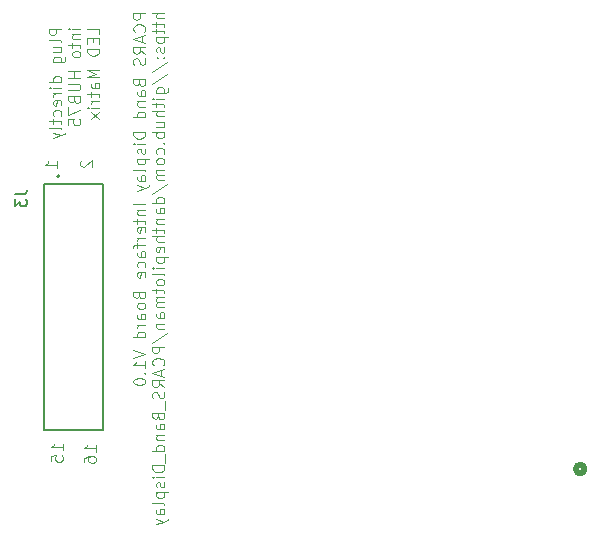
<source format=gbr>
%TF.GenerationSoftware,KiCad,Pcbnew,9.0.0*%
%TF.CreationDate,2025-04-30T00:07:22-04:00*%
%TF.ProjectId,W4MLB_Band_Display,57344d4c-425f-4426-916e-645f44697370,1.0*%
%TF.SameCoordinates,Original*%
%TF.FileFunction,Legend,Bot*%
%TF.FilePolarity,Positive*%
%FSLAX46Y46*%
G04 Gerber Fmt 4.6, Leading zero omitted, Abs format (unit mm)*
G04 Created by KiCad (PCBNEW 9.0.0) date 2025-04-30 00:07:22*
%MOMM*%
%LPD*%
G01*
G04 APERTURE LIST*
%ADD10C,0.125000*%
%ADD11C,0.150000*%
%ADD12C,0.508000*%
%ADD13C,0.200000*%
G04 APERTURE END LIST*
D10*
X133251231Y-66120331D02*
X132251231Y-66120331D01*
X132251231Y-66120331D02*
X132251231Y-66501283D01*
X132251231Y-66501283D02*
X132298850Y-66596521D01*
X132298850Y-66596521D02*
X132346469Y-66644140D01*
X132346469Y-66644140D02*
X132441707Y-66691759D01*
X132441707Y-66691759D02*
X132584564Y-66691759D01*
X132584564Y-66691759D02*
X132679802Y-66644140D01*
X132679802Y-66644140D02*
X132727421Y-66596521D01*
X132727421Y-66596521D02*
X132775040Y-66501283D01*
X132775040Y-66501283D02*
X132775040Y-66120331D01*
X133251231Y-67263188D02*
X133203612Y-67167950D01*
X133203612Y-67167950D02*
X133108373Y-67120331D01*
X133108373Y-67120331D02*
X132251231Y-67120331D01*
X132584564Y-68072712D02*
X133251231Y-68072712D01*
X132584564Y-67644141D02*
X133108373Y-67644141D01*
X133108373Y-67644141D02*
X133203612Y-67691760D01*
X133203612Y-67691760D02*
X133251231Y-67786998D01*
X133251231Y-67786998D02*
X133251231Y-67929855D01*
X133251231Y-67929855D02*
X133203612Y-68025093D01*
X133203612Y-68025093D02*
X133155992Y-68072712D01*
X132584564Y-68977474D02*
X133394088Y-68977474D01*
X133394088Y-68977474D02*
X133489326Y-68929855D01*
X133489326Y-68929855D02*
X133536945Y-68882236D01*
X133536945Y-68882236D02*
X133584564Y-68786998D01*
X133584564Y-68786998D02*
X133584564Y-68644141D01*
X133584564Y-68644141D02*
X133536945Y-68548903D01*
X133203612Y-68977474D02*
X133251231Y-68882236D01*
X133251231Y-68882236D02*
X133251231Y-68691760D01*
X133251231Y-68691760D02*
X133203612Y-68596522D01*
X133203612Y-68596522D02*
X133155992Y-68548903D01*
X133155992Y-68548903D02*
X133060754Y-68501284D01*
X133060754Y-68501284D02*
X132775040Y-68501284D01*
X132775040Y-68501284D02*
X132679802Y-68548903D01*
X132679802Y-68548903D02*
X132632183Y-68596522D01*
X132632183Y-68596522D02*
X132584564Y-68691760D01*
X132584564Y-68691760D02*
X132584564Y-68882236D01*
X132584564Y-68882236D02*
X132632183Y-68977474D01*
X133251231Y-70644141D02*
X132251231Y-70644141D01*
X133203612Y-70644141D02*
X133251231Y-70548903D01*
X133251231Y-70548903D02*
X133251231Y-70358427D01*
X133251231Y-70358427D02*
X133203612Y-70263189D01*
X133203612Y-70263189D02*
X133155992Y-70215570D01*
X133155992Y-70215570D02*
X133060754Y-70167951D01*
X133060754Y-70167951D02*
X132775040Y-70167951D01*
X132775040Y-70167951D02*
X132679802Y-70215570D01*
X132679802Y-70215570D02*
X132632183Y-70263189D01*
X132632183Y-70263189D02*
X132584564Y-70358427D01*
X132584564Y-70358427D02*
X132584564Y-70548903D01*
X132584564Y-70548903D02*
X132632183Y-70644141D01*
X133251231Y-71120332D02*
X132584564Y-71120332D01*
X132251231Y-71120332D02*
X132298850Y-71072713D01*
X132298850Y-71072713D02*
X132346469Y-71120332D01*
X132346469Y-71120332D02*
X132298850Y-71167951D01*
X132298850Y-71167951D02*
X132251231Y-71120332D01*
X132251231Y-71120332D02*
X132346469Y-71120332D01*
X133251231Y-71596522D02*
X132584564Y-71596522D01*
X132775040Y-71596522D02*
X132679802Y-71644141D01*
X132679802Y-71644141D02*
X132632183Y-71691760D01*
X132632183Y-71691760D02*
X132584564Y-71786998D01*
X132584564Y-71786998D02*
X132584564Y-71882236D01*
X133203612Y-72596522D02*
X133251231Y-72501284D01*
X133251231Y-72501284D02*
X133251231Y-72310808D01*
X133251231Y-72310808D02*
X133203612Y-72215570D01*
X133203612Y-72215570D02*
X133108373Y-72167951D01*
X133108373Y-72167951D02*
X132727421Y-72167951D01*
X132727421Y-72167951D02*
X132632183Y-72215570D01*
X132632183Y-72215570D02*
X132584564Y-72310808D01*
X132584564Y-72310808D02*
X132584564Y-72501284D01*
X132584564Y-72501284D02*
X132632183Y-72596522D01*
X132632183Y-72596522D02*
X132727421Y-72644141D01*
X132727421Y-72644141D02*
X132822659Y-72644141D01*
X132822659Y-72644141D02*
X132917897Y-72167951D01*
X133203612Y-73501284D02*
X133251231Y-73406046D01*
X133251231Y-73406046D02*
X133251231Y-73215570D01*
X133251231Y-73215570D02*
X133203612Y-73120332D01*
X133203612Y-73120332D02*
X133155992Y-73072713D01*
X133155992Y-73072713D02*
X133060754Y-73025094D01*
X133060754Y-73025094D02*
X132775040Y-73025094D01*
X132775040Y-73025094D02*
X132679802Y-73072713D01*
X132679802Y-73072713D02*
X132632183Y-73120332D01*
X132632183Y-73120332D02*
X132584564Y-73215570D01*
X132584564Y-73215570D02*
X132584564Y-73406046D01*
X132584564Y-73406046D02*
X132632183Y-73501284D01*
X132584564Y-73786999D02*
X132584564Y-74167951D01*
X132251231Y-73929856D02*
X133108373Y-73929856D01*
X133108373Y-73929856D02*
X133203612Y-73977475D01*
X133203612Y-73977475D02*
X133251231Y-74072713D01*
X133251231Y-74072713D02*
X133251231Y-74167951D01*
X133251231Y-74644142D02*
X133203612Y-74548904D01*
X133203612Y-74548904D02*
X133108373Y-74501285D01*
X133108373Y-74501285D02*
X132251231Y-74501285D01*
X132584564Y-74929857D02*
X133251231Y-75167952D01*
X132584564Y-75406047D02*
X133251231Y-75167952D01*
X133251231Y-75167952D02*
X133489326Y-75072714D01*
X133489326Y-75072714D02*
X133536945Y-75025095D01*
X133536945Y-75025095D02*
X133584564Y-74929857D01*
X134861175Y-66120331D02*
X134194508Y-66120331D01*
X133861175Y-66120331D02*
X133908794Y-66072712D01*
X133908794Y-66072712D02*
X133956413Y-66120331D01*
X133956413Y-66120331D02*
X133908794Y-66167950D01*
X133908794Y-66167950D02*
X133861175Y-66120331D01*
X133861175Y-66120331D02*
X133956413Y-66120331D01*
X134194508Y-66596521D02*
X134861175Y-66596521D01*
X134289746Y-66596521D02*
X134242127Y-66644140D01*
X134242127Y-66644140D02*
X134194508Y-66739378D01*
X134194508Y-66739378D02*
X134194508Y-66882235D01*
X134194508Y-66882235D02*
X134242127Y-66977473D01*
X134242127Y-66977473D02*
X134337365Y-67025092D01*
X134337365Y-67025092D02*
X134861175Y-67025092D01*
X134194508Y-67358426D02*
X134194508Y-67739378D01*
X133861175Y-67501283D02*
X134718317Y-67501283D01*
X134718317Y-67501283D02*
X134813556Y-67548902D01*
X134813556Y-67548902D02*
X134861175Y-67644140D01*
X134861175Y-67644140D02*
X134861175Y-67739378D01*
X134861175Y-68215569D02*
X134813556Y-68120331D01*
X134813556Y-68120331D02*
X134765936Y-68072712D01*
X134765936Y-68072712D02*
X134670698Y-68025093D01*
X134670698Y-68025093D02*
X134384984Y-68025093D01*
X134384984Y-68025093D02*
X134289746Y-68072712D01*
X134289746Y-68072712D02*
X134242127Y-68120331D01*
X134242127Y-68120331D02*
X134194508Y-68215569D01*
X134194508Y-68215569D02*
X134194508Y-68358426D01*
X134194508Y-68358426D02*
X134242127Y-68453664D01*
X134242127Y-68453664D02*
X134289746Y-68501283D01*
X134289746Y-68501283D02*
X134384984Y-68548902D01*
X134384984Y-68548902D02*
X134670698Y-68548902D01*
X134670698Y-68548902D02*
X134765936Y-68501283D01*
X134765936Y-68501283D02*
X134813556Y-68453664D01*
X134813556Y-68453664D02*
X134861175Y-68358426D01*
X134861175Y-68358426D02*
X134861175Y-68215569D01*
X134861175Y-69739379D02*
X133861175Y-69739379D01*
X134337365Y-69739379D02*
X134337365Y-70310807D01*
X134861175Y-70310807D02*
X133861175Y-70310807D01*
X133861175Y-70786998D02*
X134670698Y-70786998D01*
X134670698Y-70786998D02*
X134765936Y-70834617D01*
X134765936Y-70834617D02*
X134813556Y-70882236D01*
X134813556Y-70882236D02*
X134861175Y-70977474D01*
X134861175Y-70977474D02*
X134861175Y-71167950D01*
X134861175Y-71167950D02*
X134813556Y-71263188D01*
X134813556Y-71263188D02*
X134765936Y-71310807D01*
X134765936Y-71310807D02*
X134670698Y-71358426D01*
X134670698Y-71358426D02*
X133861175Y-71358426D01*
X134337365Y-72167950D02*
X134384984Y-72310807D01*
X134384984Y-72310807D02*
X134432603Y-72358426D01*
X134432603Y-72358426D02*
X134527841Y-72406045D01*
X134527841Y-72406045D02*
X134670698Y-72406045D01*
X134670698Y-72406045D02*
X134765936Y-72358426D01*
X134765936Y-72358426D02*
X134813556Y-72310807D01*
X134813556Y-72310807D02*
X134861175Y-72215569D01*
X134861175Y-72215569D02*
X134861175Y-71834617D01*
X134861175Y-71834617D02*
X133861175Y-71834617D01*
X133861175Y-71834617D02*
X133861175Y-72167950D01*
X133861175Y-72167950D02*
X133908794Y-72263188D01*
X133908794Y-72263188D02*
X133956413Y-72310807D01*
X133956413Y-72310807D02*
X134051651Y-72358426D01*
X134051651Y-72358426D02*
X134146889Y-72358426D01*
X134146889Y-72358426D02*
X134242127Y-72310807D01*
X134242127Y-72310807D02*
X134289746Y-72263188D01*
X134289746Y-72263188D02*
X134337365Y-72167950D01*
X134337365Y-72167950D02*
X134337365Y-71834617D01*
X133861175Y-72739379D02*
X133861175Y-73406045D01*
X133861175Y-73406045D02*
X134861175Y-72977474D01*
X133861175Y-74263188D02*
X133861175Y-73786998D01*
X133861175Y-73786998D02*
X134337365Y-73739379D01*
X134337365Y-73739379D02*
X134289746Y-73786998D01*
X134289746Y-73786998D02*
X134242127Y-73882236D01*
X134242127Y-73882236D02*
X134242127Y-74120331D01*
X134242127Y-74120331D02*
X134289746Y-74215569D01*
X134289746Y-74215569D02*
X134337365Y-74263188D01*
X134337365Y-74263188D02*
X134432603Y-74310807D01*
X134432603Y-74310807D02*
X134670698Y-74310807D01*
X134670698Y-74310807D02*
X134765936Y-74263188D01*
X134765936Y-74263188D02*
X134813556Y-74215569D01*
X134813556Y-74215569D02*
X134861175Y-74120331D01*
X134861175Y-74120331D02*
X134861175Y-73882236D01*
X134861175Y-73882236D02*
X134813556Y-73786998D01*
X134813556Y-73786998D02*
X134765936Y-73739379D01*
X136471119Y-66596521D02*
X136471119Y-66120331D01*
X136471119Y-66120331D02*
X135471119Y-66120331D01*
X135947309Y-66929855D02*
X135947309Y-67263188D01*
X136471119Y-67406045D02*
X136471119Y-66929855D01*
X136471119Y-66929855D02*
X135471119Y-66929855D01*
X135471119Y-66929855D02*
X135471119Y-67406045D01*
X136471119Y-67834617D02*
X135471119Y-67834617D01*
X135471119Y-67834617D02*
X135471119Y-68072712D01*
X135471119Y-68072712D02*
X135518738Y-68215569D01*
X135518738Y-68215569D02*
X135613976Y-68310807D01*
X135613976Y-68310807D02*
X135709214Y-68358426D01*
X135709214Y-68358426D02*
X135899690Y-68406045D01*
X135899690Y-68406045D02*
X136042547Y-68406045D01*
X136042547Y-68406045D02*
X136233023Y-68358426D01*
X136233023Y-68358426D02*
X136328261Y-68310807D01*
X136328261Y-68310807D02*
X136423500Y-68215569D01*
X136423500Y-68215569D02*
X136471119Y-68072712D01*
X136471119Y-68072712D02*
X136471119Y-67834617D01*
X136471119Y-69596522D02*
X135471119Y-69596522D01*
X135471119Y-69596522D02*
X136185404Y-69929855D01*
X136185404Y-69929855D02*
X135471119Y-70263188D01*
X135471119Y-70263188D02*
X136471119Y-70263188D01*
X136471119Y-71167950D02*
X135947309Y-71167950D01*
X135947309Y-71167950D02*
X135852071Y-71120331D01*
X135852071Y-71120331D02*
X135804452Y-71025093D01*
X135804452Y-71025093D02*
X135804452Y-70834617D01*
X135804452Y-70834617D02*
X135852071Y-70739379D01*
X136423500Y-71167950D02*
X136471119Y-71072712D01*
X136471119Y-71072712D02*
X136471119Y-70834617D01*
X136471119Y-70834617D02*
X136423500Y-70739379D01*
X136423500Y-70739379D02*
X136328261Y-70691760D01*
X136328261Y-70691760D02*
X136233023Y-70691760D01*
X136233023Y-70691760D02*
X136137785Y-70739379D01*
X136137785Y-70739379D02*
X136090166Y-70834617D01*
X136090166Y-70834617D02*
X136090166Y-71072712D01*
X136090166Y-71072712D02*
X136042547Y-71167950D01*
X135804452Y-71501284D02*
X135804452Y-71882236D01*
X135471119Y-71644141D02*
X136328261Y-71644141D01*
X136328261Y-71644141D02*
X136423500Y-71691760D01*
X136423500Y-71691760D02*
X136471119Y-71786998D01*
X136471119Y-71786998D02*
X136471119Y-71882236D01*
X136471119Y-72215570D02*
X135804452Y-72215570D01*
X135994928Y-72215570D02*
X135899690Y-72263189D01*
X135899690Y-72263189D02*
X135852071Y-72310808D01*
X135852071Y-72310808D02*
X135804452Y-72406046D01*
X135804452Y-72406046D02*
X135804452Y-72501284D01*
X136471119Y-72834618D02*
X135804452Y-72834618D01*
X135471119Y-72834618D02*
X135518738Y-72786999D01*
X135518738Y-72786999D02*
X135566357Y-72834618D01*
X135566357Y-72834618D02*
X135518738Y-72882237D01*
X135518738Y-72882237D02*
X135471119Y-72834618D01*
X135471119Y-72834618D02*
X135566357Y-72834618D01*
X136471119Y-73215570D02*
X135804452Y-73739379D01*
X135804452Y-73215570D02*
X136471119Y-73739379D01*
X136171119Y-101944140D02*
X136171119Y-101372712D01*
X136171119Y-101658426D02*
X135171119Y-101658426D01*
X135171119Y-101658426D02*
X135313976Y-101563188D01*
X135313976Y-101563188D02*
X135409214Y-101467950D01*
X135409214Y-101467950D02*
X135456833Y-101372712D01*
X135171119Y-102801283D02*
X135171119Y-102610807D01*
X135171119Y-102610807D02*
X135218738Y-102515569D01*
X135218738Y-102515569D02*
X135266357Y-102467950D01*
X135266357Y-102467950D02*
X135409214Y-102372712D01*
X135409214Y-102372712D02*
X135599690Y-102325093D01*
X135599690Y-102325093D02*
X135980642Y-102325093D01*
X135980642Y-102325093D02*
X136075880Y-102372712D01*
X136075880Y-102372712D02*
X136123500Y-102420331D01*
X136123500Y-102420331D02*
X136171119Y-102515569D01*
X136171119Y-102515569D02*
X136171119Y-102706045D01*
X136171119Y-102706045D02*
X136123500Y-102801283D01*
X136123500Y-102801283D02*
X136075880Y-102848902D01*
X136075880Y-102848902D02*
X135980642Y-102896521D01*
X135980642Y-102896521D02*
X135742547Y-102896521D01*
X135742547Y-102896521D02*
X135647309Y-102848902D01*
X135647309Y-102848902D02*
X135599690Y-102801283D01*
X135599690Y-102801283D02*
X135552071Y-102706045D01*
X135552071Y-102706045D02*
X135552071Y-102515569D01*
X135552071Y-102515569D02*
X135599690Y-102420331D01*
X135599690Y-102420331D02*
X135647309Y-102372712D01*
X135647309Y-102372712D02*
X135742547Y-102325093D01*
X132871119Y-77944140D02*
X132871119Y-77372712D01*
X132871119Y-77658426D02*
X131871119Y-77658426D01*
X131871119Y-77658426D02*
X132013976Y-77563188D01*
X132013976Y-77563188D02*
X132109214Y-77467950D01*
X132109214Y-77467950D02*
X132156833Y-77372712D01*
X134966357Y-77272712D02*
X134918738Y-77320331D01*
X134918738Y-77320331D02*
X134871119Y-77415569D01*
X134871119Y-77415569D02*
X134871119Y-77653664D01*
X134871119Y-77653664D02*
X134918738Y-77748902D01*
X134918738Y-77748902D02*
X134966357Y-77796521D01*
X134966357Y-77796521D02*
X135061595Y-77844140D01*
X135061595Y-77844140D02*
X135156833Y-77844140D01*
X135156833Y-77844140D02*
X135299690Y-77796521D01*
X135299690Y-77796521D02*
X135871119Y-77225093D01*
X135871119Y-77225093D02*
X135871119Y-77844140D01*
X133371119Y-101844140D02*
X133371119Y-101272712D01*
X133371119Y-101558426D02*
X132371119Y-101558426D01*
X132371119Y-101558426D02*
X132513976Y-101463188D01*
X132513976Y-101463188D02*
X132609214Y-101367950D01*
X132609214Y-101367950D02*
X132656833Y-101272712D01*
X132371119Y-102748902D02*
X132371119Y-102272712D01*
X132371119Y-102272712D02*
X132847309Y-102225093D01*
X132847309Y-102225093D02*
X132799690Y-102272712D01*
X132799690Y-102272712D02*
X132752071Y-102367950D01*
X132752071Y-102367950D02*
X132752071Y-102606045D01*
X132752071Y-102606045D02*
X132799690Y-102701283D01*
X132799690Y-102701283D02*
X132847309Y-102748902D01*
X132847309Y-102748902D02*
X132942547Y-102796521D01*
X132942547Y-102796521D02*
X133180642Y-102796521D01*
X133180642Y-102796521D02*
X133275880Y-102748902D01*
X133275880Y-102748902D02*
X133323500Y-102701283D01*
X133323500Y-102701283D02*
X133371119Y-102606045D01*
X133371119Y-102606045D02*
X133371119Y-102367950D01*
X133371119Y-102367950D02*
X133323500Y-102272712D01*
X133323500Y-102272712D02*
X133275880Y-102225093D01*
X140361175Y-64820331D02*
X139361175Y-64820331D01*
X139361175Y-64820331D02*
X139361175Y-65201283D01*
X139361175Y-65201283D02*
X139408794Y-65296521D01*
X139408794Y-65296521D02*
X139456413Y-65344140D01*
X139456413Y-65344140D02*
X139551651Y-65391759D01*
X139551651Y-65391759D02*
X139694508Y-65391759D01*
X139694508Y-65391759D02*
X139789746Y-65344140D01*
X139789746Y-65344140D02*
X139837365Y-65296521D01*
X139837365Y-65296521D02*
X139884984Y-65201283D01*
X139884984Y-65201283D02*
X139884984Y-64820331D01*
X140265936Y-66391759D02*
X140313556Y-66344140D01*
X140313556Y-66344140D02*
X140361175Y-66201283D01*
X140361175Y-66201283D02*
X140361175Y-66106045D01*
X140361175Y-66106045D02*
X140313556Y-65963188D01*
X140313556Y-65963188D02*
X140218317Y-65867950D01*
X140218317Y-65867950D02*
X140123079Y-65820331D01*
X140123079Y-65820331D02*
X139932603Y-65772712D01*
X139932603Y-65772712D02*
X139789746Y-65772712D01*
X139789746Y-65772712D02*
X139599270Y-65820331D01*
X139599270Y-65820331D02*
X139504032Y-65867950D01*
X139504032Y-65867950D02*
X139408794Y-65963188D01*
X139408794Y-65963188D02*
X139361175Y-66106045D01*
X139361175Y-66106045D02*
X139361175Y-66201283D01*
X139361175Y-66201283D02*
X139408794Y-66344140D01*
X139408794Y-66344140D02*
X139456413Y-66391759D01*
X140075460Y-66772712D02*
X140075460Y-67248902D01*
X140361175Y-66677474D02*
X139361175Y-67010807D01*
X139361175Y-67010807D02*
X140361175Y-67344140D01*
X140361175Y-68248902D02*
X139884984Y-67915569D01*
X140361175Y-67677474D02*
X139361175Y-67677474D01*
X139361175Y-67677474D02*
X139361175Y-68058426D01*
X139361175Y-68058426D02*
X139408794Y-68153664D01*
X139408794Y-68153664D02*
X139456413Y-68201283D01*
X139456413Y-68201283D02*
X139551651Y-68248902D01*
X139551651Y-68248902D02*
X139694508Y-68248902D01*
X139694508Y-68248902D02*
X139789746Y-68201283D01*
X139789746Y-68201283D02*
X139837365Y-68153664D01*
X139837365Y-68153664D02*
X139884984Y-68058426D01*
X139884984Y-68058426D02*
X139884984Y-67677474D01*
X140313556Y-68629855D02*
X140361175Y-68772712D01*
X140361175Y-68772712D02*
X140361175Y-69010807D01*
X140361175Y-69010807D02*
X140313556Y-69106045D01*
X140313556Y-69106045D02*
X140265936Y-69153664D01*
X140265936Y-69153664D02*
X140170698Y-69201283D01*
X140170698Y-69201283D02*
X140075460Y-69201283D01*
X140075460Y-69201283D02*
X139980222Y-69153664D01*
X139980222Y-69153664D02*
X139932603Y-69106045D01*
X139932603Y-69106045D02*
X139884984Y-69010807D01*
X139884984Y-69010807D02*
X139837365Y-68820331D01*
X139837365Y-68820331D02*
X139789746Y-68725093D01*
X139789746Y-68725093D02*
X139742127Y-68677474D01*
X139742127Y-68677474D02*
X139646889Y-68629855D01*
X139646889Y-68629855D02*
X139551651Y-68629855D01*
X139551651Y-68629855D02*
X139456413Y-68677474D01*
X139456413Y-68677474D02*
X139408794Y-68725093D01*
X139408794Y-68725093D02*
X139361175Y-68820331D01*
X139361175Y-68820331D02*
X139361175Y-69058426D01*
X139361175Y-69058426D02*
X139408794Y-69201283D01*
X139837365Y-70725093D02*
X139884984Y-70867950D01*
X139884984Y-70867950D02*
X139932603Y-70915569D01*
X139932603Y-70915569D02*
X140027841Y-70963188D01*
X140027841Y-70963188D02*
X140170698Y-70963188D01*
X140170698Y-70963188D02*
X140265936Y-70915569D01*
X140265936Y-70915569D02*
X140313556Y-70867950D01*
X140313556Y-70867950D02*
X140361175Y-70772712D01*
X140361175Y-70772712D02*
X140361175Y-70391760D01*
X140361175Y-70391760D02*
X139361175Y-70391760D01*
X139361175Y-70391760D02*
X139361175Y-70725093D01*
X139361175Y-70725093D02*
X139408794Y-70820331D01*
X139408794Y-70820331D02*
X139456413Y-70867950D01*
X139456413Y-70867950D02*
X139551651Y-70915569D01*
X139551651Y-70915569D02*
X139646889Y-70915569D01*
X139646889Y-70915569D02*
X139742127Y-70867950D01*
X139742127Y-70867950D02*
X139789746Y-70820331D01*
X139789746Y-70820331D02*
X139837365Y-70725093D01*
X139837365Y-70725093D02*
X139837365Y-70391760D01*
X140361175Y-71820331D02*
X139837365Y-71820331D01*
X139837365Y-71820331D02*
X139742127Y-71772712D01*
X139742127Y-71772712D02*
X139694508Y-71677474D01*
X139694508Y-71677474D02*
X139694508Y-71486998D01*
X139694508Y-71486998D02*
X139742127Y-71391760D01*
X140313556Y-71820331D02*
X140361175Y-71725093D01*
X140361175Y-71725093D02*
X140361175Y-71486998D01*
X140361175Y-71486998D02*
X140313556Y-71391760D01*
X140313556Y-71391760D02*
X140218317Y-71344141D01*
X140218317Y-71344141D02*
X140123079Y-71344141D01*
X140123079Y-71344141D02*
X140027841Y-71391760D01*
X140027841Y-71391760D02*
X139980222Y-71486998D01*
X139980222Y-71486998D02*
X139980222Y-71725093D01*
X139980222Y-71725093D02*
X139932603Y-71820331D01*
X139694508Y-72296522D02*
X140361175Y-72296522D01*
X139789746Y-72296522D02*
X139742127Y-72344141D01*
X139742127Y-72344141D02*
X139694508Y-72439379D01*
X139694508Y-72439379D02*
X139694508Y-72582236D01*
X139694508Y-72582236D02*
X139742127Y-72677474D01*
X139742127Y-72677474D02*
X139837365Y-72725093D01*
X139837365Y-72725093D02*
X140361175Y-72725093D01*
X140361175Y-73629855D02*
X139361175Y-73629855D01*
X140313556Y-73629855D02*
X140361175Y-73534617D01*
X140361175Y-73534617D02*
X140361175Y-73344141D01*
X140361175Y-73344141D02*
X140313556Y-73248903D01*
X140313556Y-73248903D02*
X140265936Y-73201284D01*
X140265936Y-73201284D02*
X140170698Y-73153665D01*
X140170698Y-73153665D02*
X139884984Y-73153665D01*
X139884984Y-73153665D02*
X139789746Y-73201284D01*
X139789746Y-73201284D02*
X139742127Y-73248903D01*
X139742127Y-73248903D02*
X139694508Y-73344141D01*
X139694508Y-73344141D02*
X139694508Y-73534617D01*
X139694508Y-73534617D02*
X139742127Y-73629855D01*
X140361175Y-74867951D02*
X139361175Y-74867951D01*
X139361175Y-74867951D02*
X139361175Y-75106046D01*
X139361175Y-75106046D02*
X139408794Y-75248903D01*
X139408794Y-75248903D02*
X139504032Y-75344141D01*
X139504032Y-75344141D02*
X139599270Y-75391760D01*
X139599270Y-75391760D02*
X139789746Y-75439379D01*
X139789746Y-75439379D02*
X139932603Y-75439379D01*
X139932603Y-75439379D02*
X140123079Y-75391760D01*
X140123079Y-75391760D02*
X140218317Y-75344141D01*
X140218317Y-75344141D02*
X140313556Y-75248903D01*
X140313556Y-75248903D02*
X140361175Y-75106046D01*
X140361175Y-75106046D02*
X140361175Y-74867951D01*
X140361175Y-75867951D02*
X139694508Y-75867951D01*
X139361175Y-75867951D02*
X139408794Y-75820332D01*
X139408794Y-75820332D02*
X139456413Y-75867951D01*
X139456413Y-75867951D02*
X139408794Y-75915570D01*
X139408794Y-75915570D02*
X139361175Y-75867951D01*
X139361175Y-75867951D02*
X139456413Y-75867951D01*
X140313556Y-76296522D02*
X140361175Y-76391760D01*
X140361175Y-76391760D02*
X140361175Y-76582236D01*
X140361175Y-76582236D02*
X140313556Y-76677474D01*
X140313556Y-76677474D02*
X140218317Y-76725093D01*
X140218317Y-76725093D02*
X140170698Y-76725093D01*
X140170698Y-76725093D02*
X140075460Y-76677474D01*
X140075460Y-76677474D02*
X140027841Y-76582236D01*
X140027841Y-76582236D02*
X140027841Y-76439379D01*
X140027841Y-76439379D02*
X139980222Y-76344141D01*
X139980222Y-76344141D02*
X139884984Y-76296522D01*
X139884984Y-76296522D02*
X139837365Y-76296522D01*
X139837365Y-76296522D02*
X139742127Y-76344141D01*
X139742127Y-76344141D02*
X139694508Y-76439379D01*
X139694508Y-76439379D02*
X139694508Y-76582236D01*
X139694508Y-76582236D02*
X139742127Y-76677474D01*
X139694508Y-77153665D02*
X140694508Y-77153665D01*
X139742127Y-77153665D02*
X139694508Y-77248903D01*
X139694508Y-77248903D02*
X139694508Y-77439379D01*
X139694508Y-77439379D02*
X139742127Y-77534617D01*
X139742127Y-77534617D02*
X139789746Y-77582236D01*
X139789746Y-77582236D02*
X139884984Y-77629855D01*
X139884984Y-77629855D02*
X140170698Y-77629855D01*
X140170698Y-77629855D02*
X140265936Y-77582236D01*
X140265936Y-77582236D02*
X140313556Y-77534617D01*
X140313556Y-77534617D02*
X140361175Y-77439379D01*
X140361175Y-77439379D02*
X140361175Y-77248903D01*
X140361175Y-77248903D02*
X140313556Y-77153665D01*
X140361175Y-78201284D02*
X140313556Y-78106046D01*
X140313556Y-78106046D02*
X140218317Y-78058427D01*
X140218317Y-78058427D02*
X139361175Y-78058427D01*
X140361175Y-79010808D02*
X139837365Y-79010808D01*
X139837365Y-79010808D02*
X139742127Y-78963189D01*
X139742127Y-78963189D02*
X139694508Y-78867951D01*
X139694508Y-78867951D02*
X139694508Y-78677475D01*
X139694508Y-78677475D02*
X139742127Y-78582237D01*
X140313556Y-79010808D02*
X140361175Y-78915570D01*
X140361175Y-78915570D02*
X140361175Y-78677475D01*
X140361175Y-78677475D02*
X140313556Y-78582237D01*
X140313556Y-78582237D02*
X140218317Y-78534618D01*
X140218317Y-78534618D02*
X140123079Y-78534618D01*
X140123079Y-78534618D02*
X140027841Y-78582237D01*
X140027841Y-78582237D02*
X139980222Y-78677475D01*
X139980222Y-78677475D02*
X139980222Y-78915570D01*
X139980222Y-78915570D02*
X139932603Y-79010808D01*
X139694508Y-79391761D02*
X140361175Y-79629856D01*
X139694508Y-79867951D02*
X140361175Y-79629856D01*
X140361175Y-79629856D02*
X140599270Y-79534618D01*
X140599270Y-79534618D02*
X140646889Y-79486999D01*
X140646889Y-79486999D02*
X140694508Y-79391761D01*
X140361175Y-81010809D02*
X139361175Y-81010809D01*
X139694508Y-81486999D02*
X140361175Y-81486999D01*
X139789746Y-81486999D02*
X139742127Y-81534618D01*
X139742127Y-81534618D02*
X139694508Y-81629856D01*
X139694508Y-81629856D02*
X139694508Y-81772713D01*
X139694508Y-81772713D02*
X139742127Y-81867951D01*
X139742127Y-81867951D02*
X139837365Y-81915570D01*
X139837365Y-81915570D02*
X140361175Y-81915570D01*
X139694508Y-82248904D02*
X139694508Y-82629856D01*
X139361175Y-82391761D02*
X140218317Y-82391761D01*
X140218317Y-82391761D02*
X140313556Y-82439380D01*
X140313556Y-82439380D02*
X140361175Y-82534618D01*
X140361175Y-82534618D02*
X140361175Y-82629856D01*
X140313556Y-83344142D02*
X140361175Y-83248904D01*
X140361175Y-83248904D02*
X140361175Y-83058428D01*
X140361175Y-83058428D02*
X140313556Y-82963190D01*
X140313556Y-82963190D02*
X140218317Y-82915571D01*
X140218317Y-82915571D02*
X139837365Y-82915571D01*
X139837365Y-82915571D02*
X139742127Y-82963190D01*
X139742127Y-82963190D02*
X139694508Y-83058428D01*
X139694508Y-83058428D02*
X139694508Y-83248904D01*
X139694508Y-83248904D02*
X139742127Y-83344142D01*
X139742127Y-83344142D02*
X139837365Y-83391761D01*
X139837365Y-83391761D02*
X139932603Y-83391761D01*
X139932603Y-83391761D02*
X140027841Y-82915571D01*
X140361175Y-83820333D02*
X139694508Y-83820333D01*
X139884984Y-83820333D02*
X139789746Y-83867952D01*
X139789746Y-83867952D02*
X139742127Y-83915571D01*
X139742127Y-83915571D02*
X139694508Y-84010809D01*
X139694508Y-84010809D02*
X139694508Y-84106047D01*
X139694508Y-84296524D02*
X139694508Y-84677476D01*
X140361175Y-84439381D02*
X139504032Y-84439381D01*
X139504032Y-84439381D02*
X139408794Y-84487000D01*
X139408794Y-84487000D02*
X139361175Y-84582238D01*
X139361175Y-84582238D02*
X139361175Y-84677476D01*
X140361175Y-85439381D02*
X139837365Y-85439381D01*
X139837365Y-85439381D02*
X139742127Y-85391762D01*
X139742127Y-85391762D02*
X139694508Y-85296524D01*
X139694508Y-85296524D02*
X139694508Y-85106048D01*
X139694508Y-85106048D02*
X139742127Y-85010810D01*
X140313556Y-85439381D02*
X140361175Y-85344143D01*
X140361175Y-85344143D02*
X140361175Y-85106048D01*
X140361175Y-85106048D02*
X140313556Y-85010810D01*
X140313556Y-85010810D02*
X140218317Y-84963191D01*
X140218317Y-84963191D02*
X140123079Y-84963191D01*
X140123079Y-84963191D02*
X140027841Y-85010810D01*
X140027841Y-85010810D02*
X139980222Y-85106048D01*
X139980222Y-85106048D02*
X139980222Y-85344143D01*
X139980222Y-85344143D02*
X139932603Y-85439381D01*
X140313556Y-86344143D02*
X140361175Y-86248905D01*
X140361175Y-86248905D02*
X140361175Y-86058429D01*
X140361175Y-86058429D02*
X140313556Y-85963191D01*
X140313556Y-85963191D02*
X140265936Y-85915572D01*
X140265936Y-85915572D02*
X140170698Y-85867953D01*
X140170698Y-85867953D02*
X139884984Y-85867953D01*
X139884984Y-85867953D02*
X139789746Y-85915572D01*
X139789746Y-85915572D02*
X139742127Y-85963191D01*
X139742127Y-85963191D02*
X139694508Y-86058429D01*
X139694508Y-86058429D02*
X139694508Y-86248905D01*
X139694508Y-86248905D02*
X139742127Y-86344143D01*
X140313556Y-87153667D02*
X140361175Y-87058429D01*
X140361175Y-87058429D02*
X140361175Y-86867953D01*
X140361175Y-86867953D02*
X140313556Y-86772715D01*
X140313556Y-86772715D02*
X140218317Y-86725096D01*
X140218317Y-86725096D02*
X139837365Y-86725096D01*
X139837365Y-86725096D02*
X139742127Y-86772715D01*
X139742127Y-86772715D02*
X139694508Y-86867953D01*
X139694508Y-86867953D02*
X139694508Y-87058429D01*
X139694508Y-87058429D02*
X139742127Y-87153667D01*
X139742127Y-87153667D02*
X139837365Y-87201286D01*
X139837365Y-87201286D02*
X139932603Y-87201286D01*
X139932603Y-87201286D02*
X140027841Y-86725096D01*
X139837365Y-88725096D02*
X139884984Y-88867953D01*
X139884984Y-88867953D02*
X139932603Y-88915572D01*
X139932603Y-88915572D02*
X140027841Y-88963191D01*
X140027841Y-88963191D02*
X140170698Y-88963191D01*
X140170698Y-88963191D02*
X140265936Y-88915572D01*
X140265936Y-88915572D02*
X140313556Y-88867953D01*
X140313556Y-88867953D02*
X140361175Y-88772715D01*
X140361175Y-88772715D02*
X140361175Y-88391763D01*
X140361175Y-88391763D02*
X139361175Y-88391763D01*
X139361175Y-88391763D02*
X139361175Y-88725096D01*
X139361175Y-88725096D02*
X139408794Y-88820334D01*
X139408794Y-88820334D02*
X139456413Y-88867953D01*
X139456413Y-88867953D02*
X139551651Y-88915572D01*
X139551651Y-88915572D02*
X139646889Y-88915572D01*
X139646889Y-88915572D02*
X139742127Y-88867953D01*
X139742127Y-88867953D02*
X139789746Y-88820334D01*
X139789746Y-88820334D02*
X139837365Y-88725096D01*
X139837365Y-88725096D02*
X139837365Y-88391763D01*
X140361175Y-89534620D02*
X140313556Y-89439382D01*
X140313556Y-89439382D02*
X140265936Y-89391763D01*
X140265936Y-89391763D02*
X140170698Y-89344144D01*
X140170698Y-89344144D02*
X139884984Y-89344144D01*
X139884984Y-89344144D02*
X139789746Y-89391763D01*
X139789746Y-89391763D02*
X139742127Y-89439382D01*
X139742127Y-89439382D02*
X139694508Y-89534620D01*
X139694508Y-89534620D02*
X139694508Y-89677477D01*
X139694508Y-89677477D02*
X139742127Y-89772715D01*
X139742127Y-89772715D02*
X139789746Y-89820334D01*
X139789746Y-89820334D02*
X139884984Y-89867953D01*
X139884984Y-89867953D02*
X140170698Y-89867953D01*
X140170698Y-89867953D02*
X140265936Y-89820334D01*
X140265936Y-89820334D02*
X140313556Y-89772715D01*
X140313556Y-89772715D02*
X140361175Y-89677477D01*
X140361175Y-89677477D02*
X140361175Y-89534620D01*
X140361175Y-90725096D02*
X139837365Y-90725096D01*
X139837365Y-90725096D02*
X139742127Y-90677477D01*
X139742127Y-90677477D02*
X139694508Y-90582239D01*
X139694508Y-90582239D02*
X139694508Y-90391763D01*
X139694508Y-90391763D02*
X139742127Y-90296525D01*
X140313556Y-90725096D02*
X140361175Y-90629858D01*
X140361175Y-90629858D02*
X140361175Y-90391763D01*
X140361175Y-90391763D02*
X140313556Y-90296525D01*
X140313556Y-90296525D02*
X140218317Y-90248906D01*
X140218317Y-90248906D02*
X140123079Y-90248906D01*
X140123079Y-90248906D02*
X140027841Y-90296525D01*
X140027841Y-90296525D02*
X139980222Y-90391763D01*
X139980222Y-90391763D02*
X139980222Y-90629858D01*
X139980222Y-90629858D02*
X139932603Y-90725096D01*
X140361175Y-91201287D02*
X139694508Y-91201287D01*
X139884984Y-91201287D02*
X139789746Y-91248906D01*
X139789746Y-91248906D02*
X139742127Y-91296525D01*
X139742127Y-91296525D02*
X139694508Y-91391763D01*
X139694508Y-91391763D02*
X139694508Y-91487001D01*
X140361175Y-92248906D02*
X139361175Y-92248906D01*
X140313556Y-92248906D02*
X140361175Y-92153668D01*
X140361175Y-92153668D02*
X140361175Y-91963192D01*
X140361175Y-91963192D02*
X140313556Y-91867954D01*
X140313556Y-91867954D02*
X140265936Y-91820335D01*
X140265936Y-91820335D02*
X140170698Y-91772716D01*
X140170698Y-91772716D02*
X139884984Y-91772716D01*
X139884984Y-91772716D02*
X139789746Y-91820335D01*
X139789746Y-91820335D02*
X139742127Y-91867954D01*
X139742127Y-91867954D02*
X139694508Y-91963192D01*
X139694508Y-91963192D02*
X139694508Y-92153668D01*
X139694508Y-92153668D02*
X139742127Y-92248906D01*
X139361175Y-93344145D02*
X140361175Y-93677478D01*
X140361175Y-93677478D02*
X139361175Y-94010811D01*
X140361175Y-94867954D02*
X140361175Y-94296526D01*
X140361175Y-94582240D02*
X139361175Y-94582240D01*
X139361175Y-94582240D02*
X139504032Y-94487002D01*
X139504032Y-94487002D02*
X139599270Y-94391764D01*
X139599270Y-94391764D02*
X139646889Y-94296526D01*
X140265936Y-95296526D02*
X140313556Y-95344145D01*
X140313556Y-95344145D02*
X140361175Y-95296526D01*
X140361175Y-95296526D02*
X140313556Y-95248907D01*
X140313556Y-95248907D02*
X140265936Y-95296526D01*
X140265936Y-95296526D02*
X140361175Y-95296526D01*
X139361175Y-95963192D02*
X139361175Y-96058430D01*
X139361175Y-96058430D02*
X139408794Y-96153668D01*
X139408794Y-96153668D02*
X139456413Y-96201287D01*
X139456413Y-96201287D02*
X139551651Y-96248906D01*
X139551651Y-96248906D02*
X139742127Y-96296525D01*
X139742127Y-96296525D02*
X139980222Y-96296525D01*
X139980222Y-96296525D02*
X140170698Y-96248906D01*
X140170698Y-96248906D02*
X140265936Y-96201287D01*
X140265936Y-96201287D02*
X140313556Y-96153668D01*
X140313556Y-96153668D02*
X140361175Y-96058430D01*
X140361175Y-96058430D02*
X140361175Y-95963192D01*
X140361175Y-95963192D02*
X140313556Y-95867954D01*
X140313556Y-95867954D02*
X140265936Y-95820335D01*
X140265936Y-95820335D02*
X140170698Y-95772716D01*
X140170698Y-95772716D02*
X139980222Y-95725097D01*
X139980222Y-95725097D02*
X139742127Y-95725097D01*
X139742127Y-95725097D02*
X139551651Y-95772716D01*
X139551651Y-95772716D02*
X139456413Y-95820335D01*
X139456413Y-95820335D02*
X139408794Y-95867954D01*
X139408794Y-95867954D02*
X139361175Y-95963192D01*
X141971119Y-64820331D02*
X140971119Y-64820331D01*
X141971119Y-65248902D02*
X141447309Y-65248902D01*
X141447309Y-65248902D02*
X141352071Y-65201283D01*
X141352071Y-65201283D02*
X141304452Y-65106045D01*
X141304452Y-65106045D02*
X141304452Y-64963188D01*
X141304452Y-64963188D02*
X141352071Y-64867950D01*
X141352071Y-64867950D02*
X141399690Y-64820331D01*
X141304452Y-65582236D02*
X141304452Y-65963188D01*
X140971119Y-65725093D02*
X141828261Y-65725093D01*
X141828261Y-65725093D02*
X141923500Y-65772712D01*
X141923500Y-65772712D02*
X141971119Y-65867950D01*
X141971119Y-65867950D02*
X141971119Y-65963188D01*
X141304452Y-66153665D02*
X141304452Y-66534617D01*
X140971119Y-66296522D02*
X141828261Y-66296522D01*
X141828261Y-66296522D02*
X141923500Y-66344141D01*
X141923500Y-66344141D02*
X141971119Y-66439379D01*
X141971119Y-66439379D02*
X141971119Y-66534617D01*
X141304452Y-66867951D02*
X142304452Y-66867951D01*
X141352071Y-66867951D02*
X141304452Y-66963189D01*
X141304452Y-66963189D02*
X141304452Y-67153665D01*
X141304452Y-67153665D02*
X141352071Y-67248903D01*
X141352071Y-67248903D02*
X141399690Y-67296522D01*
X141399690Y-67296522D02*
X141494928Y-67344141D01*
X141494928Y-67344141D02*
X141780642Y-67344141D01*
X141780642Y-67344141D02*
X141875880Y-67296522D01*
X141875880Y-67296522D02*
X141923500Y-67248903D01*
X141923500Y-67248903D02*
X141971119Y-67153665D01*
X141971119Y-67153665D02*
X141971119Y-66963189D01*
X141971119Y-66963189D02*
X141923500Y-66867951D01*
X141923500Y-67725094D02*
X141971119Y-67820332D01*
X141971119Y-67820332D02*
X141971119Y-68010808D01*
X141971119Y-68010808D02*
X141923500Y-68106046D01*
X141923500Y-68106046D02*
X141828261Y-68153665D01*
X141828261Y-68153665D02*
X141780642Y-68153665D01*
X141780642Y-68153665D02*
X141685404Y-68106046D01*
X141685404Y-68106046D02*
X141637785Y-68010808D01*
X141637785Y-68010808D02*
X141637785Y-67867951D01*
X141637785Y-67867951D02*
X141590166Y-67772713D01*
X141590166Y-67772713D02*
X141494928Y-67725094D01*
X141494928Y-67725094D02*
X141447309Y-67725094D01*
X141447309Y-67725094D02*
X141352071Y-67772713D01*
X141352071Y-67772713D02*
X141304452Y-67867951D01*
X141304452Y-67867951D02*
X141304452Y-68010808D01*
X141304452Y-68010808D02*
X141352071Y-68106046D01*
X141875880Y-68582237D02*
X141923500Y-68629856D01*
X141923500Y-68629856D02*
X141971119Y-68582237D01*
X141971119Y-68582237D02*
X141923500Y-68534618D01*
X141923500Y-68534618D02*
X141875880Y-68582237D01*
X141875880Y-68582237D02*
X141971119Y-68582237D01*
X141352071Y-68582237D02*
X141399690Y-68629856D01*
X141399690Y-68629856D02*
X141447309Y-68582237D01*
X141447309Y-68582237D02*
X141399690Y-68534618D01*
X141399690Y-68534618D02*
X141352071Y-68582237D01*
X141352071Y-68582237D02*
X141447309Y-68582237D01*
X140923500Y-69772712D02*
X142209214Y-68915570D01*
X140923500Y-70820331D02*
X142209214Y-69963189D01*
X141304452Y-71582236D02*
X142113976Y-71582236D01*
X142113976Y-71582236D02*
X142209214Y-71534617D01*
X142209214Y-71534617D02*
X142256833Y-71486998D01*
X142256833Y-71486998D02*
X142304452Y-71391760D01*
X142304452Y-71391760D02*
X142304452Y-71248903D01*
X142304452Y-71248903D02*
X142256833Y-71153665D01*
X141923500Y-71582236D02*
X141971119Y-71486998D01*
X141971119Y-71486998D02*
X141971119Y-71296522D01*
X141971119Y-71296522D02*
X141923500Y-71201284D01*
X141923500Y-71201284D02*
X141875880Y-71153665D01*
X141875880Y-71153665D02*
X141780642Y-71106046D01*
X141780642Y-71106046D02*
X141494928Y-71106046D01*
X141494928Y-71106046D02*
X141399690Y-71153665D01*
X141399690Y-71153665D02*
X141352071Y-71201284D01*
X141352071Y-71201284D02*
X141304452Y-71296522D01*
X141304452Y-71296522D02*
X141304452Y-71486998D01*
X141304452Y-71486998D02*
X141352071Y-71582236D01*
X141971119Y-72058427D02*
X141304452Y-72058427D01*
X140971119Y-72058427D02*
X141018738Y-72010808D01*
X141018738Y-72010808D02*
X141066357Y-72058427D01*
X141066357Y-72058427D02*
X141018738Y-72106046D01*
X141018738Y-72106046D02*
X140971119Y-72058427D01*
X140971119Y-72058427D02*
X141066357Y-72058427D01*
X141304452Y-72391760D02*
X141304452Y-72772712D01*
X140971119Y-72534617D02*
X141828261Y-72534617D01*
X141828261Y-72534617D02*
X141923500Y-72582236D01*
X141923500Y-72582236D02*
X141971119Y-72677474D01*
X141971119Y-72677474D02*
X141971119Y-72772712D01*
X141971119Y-73106046D02*
X140971119Y-73106046D01*
X141971119Y-73534617D02*
X141447309Y-73534617D01*
X141447309Y-73534617D02*
X141352071Y-73486998D01*
X141352071Y-73486998D02*
X141304452Y-73391760D01*
X141304452Y-73391760D02*
X141304452Y-73248903D01*
X141304452Y-73248903D02*
X141352071Y-73153665D01*
X141352071Y-73153665D02*
X141399690Y-73106046D01*
X141304452Y-74439379D02*
X141971119Y-74439379D01*
X141304452Y-74010808D02*
X141828261Y-74010808D01*
X141828261Y-74010808D02*
X141923500Y-74058427D01*
X141923500Y-74058427D02*
X141971119Y-74153665D01*
X141971119Y-74153665D02*
X141971119Y-74296522D01*
X141971119Y-74296522D02*
X141923500Y-74391760D01*
X141923500Y-74391760D02*
X141875880Y-74439379D01*
X141971119Y-74915570D02*
X140971119Y-74915570D01*
X141352071Y-74915570D02*
X141304452Y-75010808D01*
X141304452Y-75010808D02*
X141304452Y-75201284D01*
X141304452Y-75201284D02*
X141352071Y-75296522D01*
X141352071Y-75296522D02*
X141399690Y-75344141D01*
X141399690Y-75344141D02*
X141494928Y-75391760D01*
X141494928Y-75391760D02*
X141780642Y-75391760D01*
X141780642Y-75391760D02*
X141875880Y-75344141D01*
X141875880Y-75344141D02*
X141923500Y-75296522D01*
X141923500Y-75296522D02*
X141971119Y-75201284D01*
X141971119Y-75201284D02*
X141971119Y-75010808D01*
X141971119Y-75010808D02*
X141923500Y-74915570D01*
X141875880Y-75820332D02*
X141923500Y-75867951D01*
X141923500Y-75867951D02*
X141971119Y-75820332D01*
X141971119Y-75820332D02*
X141923500Y-75772713D01*
X141923500Y-75772713D02*
X141875880Y-75820332D01*
X141875880Y-75820332D02*
X141971119Y-75820332D01*
X141923500Y-76725093D02*
X141971119Y-76629855D01*
X141971119Y-76629855D02*
X141971119Y-76439379D01*
X141971119Y-76439379D02*
X141923500Y-76344141D01*
X141923500Y-76344141D02*
X141875880Y-76296522D01*
X141875880Y-76296522D02*
X141780642Y-76248903D01*
X141780642Y-76248903D02*
X141494928Y-76248903D01*
X141494928Y-76248903D02*
X141399690Y-76296522D01*
X141399690Y-76296522D02*
X141352071Y-76344141D01*
X141352071Y-76344141D02*
X141304452Y-76439379D01*
X141304452Y-76439379D02*
X141304452Y-76629855D01*
X141304452Y-76629855D02*
X141352071Y-76725093D01*
X141971119Y-77296522D02*
X141923500Y-77201284D01*
X141923500Y-77201284D02*
X141875880Y-77153665D01*
X141875880Y-77153665D02*
X141780642Y-77106046D01*
X141780642Y-77106046D02*
X141494928Y-77106046D01*
X141494928Y-77106046D02*
X141399690Y-77153665D01*
X141399690Y-77153665D02*
X141352071Y-77201284D01*
X141352071Y-77201284D02*
X141304452Y-77296522D01*
X141304452Y-77296522D02*
X141304452Y-77439379D01*
X141304452Y-77439379D02*
X141352071Y-77534617D01*
X141352071Y-77534617D02*
X141399690Y-77582236D01*
X141399690Y-77582236D02*
X141494928Y-77629855D01*
X141494928Y-77629855D02*
X141780642Y-77629855D01*
X141780642Y-77629855D02*
X141875880Y-77582236D01*
X141875880Y-77582236D02*
X141923500Y-77534617D01*
X141923500Y-77534617D02*
X141971119Y-77439379D01*
X141971119Y-77439379D02*
X141971119Y-77296522D01*
X141971119Y-78058427D02*
X141304452Y-78058427D01*
X141399690Y-78058427D02*
X141352071Y-78106046D01*
X141352071Y-78106046D02*
X141304452Y-78201284D01*
X141304452Y-78201284D02*
X141304452Y-78344141D01*
X141304452Y-78344141D02*
X141352071Y-78439379D01*
X141352071Y-78439379D02*
X141447309Y-78486998D01*
X141447309Y-78486998D02*
X141971119Y-78486998D01*
X141447309Y-78486998D02*
X141352071Y-78534617D01*
X141352071Y-78534617D02*
X141304452Y-78629855D01*
X141304452Y-78629855D02*
X141304452Y-78772712D01*
X141304452Y-78772712D02*
X141352071Y-78867951D01*
X141352071Y-78867951D02*
X141447309Y-78915570D01*
X141447309Y-78915570D02*
X141971119Y-78915570D01*
X140923500Y-80106045D02*
X142209214Y-79248903D01*
X141971119Y-80867950D02*
X140971119Y-80867950D01*
X141923500Y-80867950D02*
X141971119Y-80772712D01*
X141971119Y-80772712D02*
X141971119Y-80582236D01*
X141971119Y-80582236D02*
X141923500Y-80486998D01*
X141923500Y-80486998D02*
X141875880Y-80439379D01*
X141875880Y-80439379D02*
X141780642Y-80391760D01*
X141780642Y-80391760D02*
X141494928Y-80391760D01*
X141494928Y-80391760D02*
X141399690Y-80439379D01*
X141399690Y-80439379D02*
X141352071Y-80486998D01*
X141352071Y-80486998D02*
X141304452Y-80582236D01*
X141304452Y-80582236D02*
X141304452Y-80772712D01*
X141304452Y-80772712D02*
X141352071Y-80867950D01*
X141971119Y-81772712D02*
X141447309Y-81772712D01*
X141447309Y-81772712D02*
X141352071Y-81725093D01*
X141352071Y-81725093D02*
X141304452Y-81629855D01*
X141304452Y-81629855D02*
X141304452Y-81439379D01*
X141304452Y-81439379D02*
X141352071Y-81344141D01*
X141923500Y-81772712D02*
X141971119Y-81677474D01*
X141971119Y-81677474D02*
X141971119Y-81439379D01*
X141971119Y-81439379D02*
X141923500Y-81344141D01*
X141923500Y-81344141D02*
X141828261Y-81296522D01*
X141828261Y-81296522D02*
X141733023Y-81296522D01*
X141733023Y-81296522D02*
X141637785Y-81344141D01*
X141637785Y-81344141D02*
X141590166Y-81439379D01*
X141590166Y-81439379D02*
X141590166Y-81677474D01*
X141590166Y-81677474D02*
X141542547Y-81772712D01*
X141304452Y-82248903D02*
X141971119Y-82248903D01*
X141399690Y-82248903D02*
X141352071Y-82296522D01*
X141352071Y-82296522D02*
X141304452Y-82391760D01*
X141304452Y-82391760D02*
X141304452Y-82534617D01*
X141304452Y-82534617D02*
X141352071Y-82629855D01*
X141352071Y-82629855D02*
X141447309Y-82677474D01*
X141447309Y-82677474D02*
X141971119Y-82677474D01*
X141304452Y-83010808D02*
X141304452Y-83391760D01*
X140971119Y-83153665D02*
X141828261Y-83153665D01*
X141828261Y-83153665D02*
X141923500Y-83201284D01*
X141923500Y-83201284D02*
X141971119Y-83296522D01*
X141971119Y-83296522D02*
X141971119Y-83391760D01*
X141971119Y-83725094D02*
X140971119Y-83725094D01*
X141971119Y-84153665D02*
X141447309Y-84153665D01*
X141447309Y-84153665D02*
X141352071Y-84106046D01*
X141352071Y-84106046D02*
X141304452Y-84010808D01*
X141304452Y-84010808D02*
X141304452Y-83867951D01*
X141304452Y-83867951D02*
X141352071Y-83772713D01*
X141352071Y-83772713D02*
X141399690Y-83725094D01*
X141923500Y-85010808D02*
X141971119Y-84915570D01*
X141971119Y-84915570D02*
X141971119Y-84725094D01*
X141971119Y-84725094D02*
X141923500Y-84629856D01*
X141923500Y-84629856D02*
X141828261Y-84582237D01*
X141828261Y-84582237D02*
X141447309Y-84582237D01*
X141447309Y-84582237D02*
X141352071Y-84629856D01*
X141352071Y-84629856D02*
X141304452Y-84725094D01*
X141304452Y-84725094D02*
X141304452Y-84915570D01*
X141304452Y-84915570D02*
X141352071Y-85010808D01*
X141352071Y-85010808D02*
X141447309Y-85058427D01*
X141447309Y-85058427D02*
X141542547Y-85058427D01*
X141542547Y-85058427D02*
X141637785Y-84582237D01*
X141304452Y-85486999D02*
X142304452Y-85486999D01*
X141352071Y-85486999D02*
X141304452Y-85582237D01*
X141304452Y-85582237D02*
X141304452Y-85772713D01*
X141304452Y-85772713D02*
X141352071Y-85867951D01*
X141352071Y-85867951D02*
X141399690Y-85915570D01*
X141399690Y-85915570D02*
X141494928Y-85963189D01*
X141494928Y-85963189D02*
X141780642Y-85963189D01*
X141780642Y-85963189D02*
X141875880Y-85915570D01*
X141875880Y-85915570D02*
X141923500Y-85867951D01*
X141923500Y-85867951D02*
X141971119Y-85772713D01*
X141971119Y-85772713D02*
X141971119Y-85582237D01*
X141971119Y-85582237D02*
X141923500Y-85486999D01*
X141971119Y-86391761D02*
X141304452Y-86391761D01*
X140971119Y-86391761D02*
X141018738Y-86344142D01*
X141018738Y-86344142D02*
X141066357Y-86391761D01*
X141066357Y-86391761D02*
X141018738Y-86439380D01*
X141018738Y-86439380D02*
X140971119Y-86391761D01*
X140971119Y-86391761D02*
X141066357Y-86391761D01*
X141971119Y-87010808D02*
X141923500Y-86915570D01*
X141923500Y-86915570D02*
X141828261Y-86867951D01*
X141828261Y-86867951D02*
X140971119Y-86867951D01*
X141971119Y-87534618D02*
X141923500Y-87439380D01*
X141923500Y-87439380D02*
X141875880Y-87391761D01*
X141875880Y-87391761D02*
X141780642Y-87344142D01*
X141780642Y-87344142D02*
X141494928Y-87344142D01*
X141494928Y-87344142D02*
X141399690Y-87391761D01*
X141399690Y-87391761D02*
X141352071Y-87439380D01*
X141352071Y-87439380D02*
X141304452Y-87534618D01*
X141304452Y-87534618D02*
X141304452Y-87677475D01*
X141304452Y-87677475D02*
X141352071Y-87772713D01*
X141352071Y-87772713D02*
X141399690Y-87820332D01*
X141399690Y-87820332D02*
X141494928Y-87867951D01*
X141494928Y-87867951D02*
X141780642Y-87867951D01*
X141780642Y-87867951D02*
X141875880Y-87820332D01*
X141875880Y-87820332D02*
X141923500Y-87772713D01*
X141923500Y-87772713D02*
X141971119Y-87677475D01*
X141971119Y-87677475D02*
X141971119Y-87534618D01*
X141304452Y-88153666D02*
X141304452Y-88534618D01*
X140971119Y-88296523D02*
X141828261Y-88296523D01*
X141828261Y-88296523D02*
X141923500Y-88344142D01*
X141923500Y-88344142D02*
X141971119Y-88439380D01*
X141971119Y-88439380D02*
X141971119Y-88534618D01*
X141971119Y-88867952D02*
X141304452Y-88867952D01*
X141399690Y-88867952D02*
X141352071Y-88915571D01*
X141352071Y-88915571D02*
X141304452Y-89010809D01*
X141304452Y-89010809D02*
X141304452Y-89153666D01*
X141304452Y-89153666D02*
X141352071Y-89248904D01*
X141352071Y-89248904D02*
X141447309Y-89296523D01*
X141447309Y-89296523D02*
X141971119Y-89296523D01*
X141447309Y-89296523D02*
X141352071Y-89344142D01*
X141352071Y-89344142D02*
X141304452Y-89439380D01*
X141304452Y-89439380D02*
X141304452Y-89582237D01*
X141304452Y-89582237D02*
X141352071Y-89677476D01*
X141352071Y-89677476D02*
X141447309Y-89725095D01*
X141447309Y-89725095D02*
X141971119Y-89725095D01*
X141971119Y-90629856D02*
X141447309Y-90629856D01*
X141447309Y-90629856D02*
X141352071Y-90582237D01*
X141352071Y-90582237D02*
X141304452Y-90486999D01*
X141304452Y-90486999D02*
X141304452Y-90296523D01*
X141304452Y-90296523D02*
X141352071Y-90201285D01*
X141923500Y-90629856D02*
X141971119Y-90534618D01*
X141971119Y-90534618D02*
X141971119Y-90296523D01*
X141971119Y-90296523D02*
X141923500Y-90201285D01*
X141923500Y-90201285D02*
X141828261Y-90153666D01*
X141828261Y-90153666D02*
X141733023Y-90153666D01*
X141733023Y-90153666D02*
X141637785Y-90201285D01*
X141637785Y-90201285D02*
X141590166Y-90296523D01*
X141590166Y-90296523D02*
X141590166Y-90534618D01*
X141590166Y-90534618D02*
X141542547Y-90629856D01*
X141304452Y-91106047D02*
X141971119Y-91106047D01*
X141399690Y-91106047D02*
X141352071Y-91153666D01*
X141352071Y-91153666D02*
X141304452Y-91248904D01*
X141304452Y-91248904D02*
X141304452Y-91391761D01*
X141304452Y-91391761D02*
X141352071Y-91486999D01*
X141352071Y-91486999D02*
X141447309Y-91534618D01*
X141447309Y-91534618D02*
X141971119Y-91534618D01*
X140923500Y-92725094D02*
X142209214Y-91867952D01*
X141971119Y-93058428D02*
X140971119Y-93058428D01*
X140971119Y-93058428D02*
X140971119Y-93439380D01*
X140971119Y-93439380D02*
X141018738Y-93534618D01*
X141018738Y-93534618D02*
X141066357Y-93582237D01*
X141066357Y-93582237D02*
X141161595Y-93629856D01*
X141161595Y-93629856D02*
X141304452Y-93629856D01*
X141304452Y-93629856D02*
X141399690Y-93582237D01*
X141399690Y-93582237D02*
X141447309Y-93534618D01*
X141447309Y-93534618D02*
X141494928Y-93439380D01*
X141494928Y-93439380D02*
X141494928Y-93058428D01*
X141875880Y-94629856D02*
X141923500Y-94582237D01*
X141923500Y-94582237D02*
X141971119Y-94439380D01*
X141971119Y-94439380D02*
X141971119Y-94344142D01*
X141971119Y-94344142D02*
X141923500Y-94201285D01*
X141923500Y-94201285D02*
X141828261Y-94106047D01*
X141828261Y-94106047D02*
X141733023Y-94058428D01*
X141733023Y-94058428D02*
X141542547Y-94010809D01*
X141542547Y-94010809D02*
X141399690Y-94010809D01*
X141399690Y-94010809D02*
X141209214Y-94058428D01*
X141209214Y-94058428D02*
X141113976Y-94106047D01*
X141113976Y-94106047D02*
X141018738Y-94201285D01*
X141018738Y-94201285D02*
X140971119Y-94344142D01*
X140971119Y-94344142D02*
X140971119Y-94439380D01*
X140971119Y-94439380D02*
X141018738Y-94582237D01*
X141018738Y-94582237D02*
X141066357Y-94629856D01*
X141685404Y-95010809D02*
X141685404Y-95486999D01*
X141971119Y-94915571D02*
X140971119Y-95248904D01*
X140971119Y-95248904D02*
X141971119Y-95582237D01*
X141971119Y-96486999D02*
X141494928Y-96153666D01*
X141971119Y-95915571D02*
X140971119Y-95915571D01*
X140971119Y-95915571D02*
X140971119Y-96296523D01*
X140971119Y-96296523D02*
X141018738Y-96391761D01*
X141018738Y-96391761D02*
X141066357Y-96439380D01*
X141066357Y-96439380D02*
X141161595Y-96486999D01*
X141161595Y-96486999D02*
X141304452Y-96486999D01*
X141304452Y-96486999D02*
X141399690Y-96439380D01*
X141399690Y-96439380D02*
X141447309Y-96391761D01*
X141447309Y-96391761D02*
X141494928Y-96296523D01*
X141494928Y-96296523D02*
X141494928Y-95915571D01*
X141923500Y-96867952D02*
X141971119Y-97010809D01*
X141971119Y-97010809D02*
X141971119Y-97248904D01*
X141971119Y-97248904D02*
X141923500Y-97344142D01*
X141923500Y-97344142D02*
X141875880Y-97391761D01*
X141875880Y-97391761D02*
X141780642Y-97439380D01*
X141780642Y-97439380D02*
X141685404Y-97439380D01*
X141685404Y-97439380D02*
X141590166Y-97391761D01*
X141590166Y-97391761D02*
X141542547Y-97344142D01*
X141542547Y-97344142D02*
X141494928Y-97248904D01*
X141494928Y-97248904D02*
X141447309Y-97058428D01*
X141447309Y-97058428D02*
X141399690Y-96963190D01*
X141399690Y-96963190D02*
X141352071Y-96915571D01*
X141352071Y-96915571D02*
X141256833Y-96867952D01*
X141256833Y-96867952D02*
X141161595Y-96867952D01*
X141161595Y-96867952D02*
X141066357Y-96915571D01*
X141066357Y-96915571D02*
X141018738Y-96963190D01*
X141018738Y-96963190D02*
X140971119Y-97058428D01*
X140971119Y-97058428D02*
X140971119Y-97296523D01*
X140971119Y-97296523D02*
X141018738Y-97439380D01*
X142066357Y-97629857D02*
X142066357Y-98391761D01*
X141447309Y-98963190D02*
X141494928Y-99106047D01*
X141494928Y-99106047D02*
X141542547Y-99153666D01*
X141542547Y-99153666D02*
X141637785Y-99201285D01*
X141637785Y-99201285D02*
X141780642Y-99201285D01*
X141780642Y-99201285D02*
X141875880Y-99153666D01*
X141875880Y-99153666D02*
X141923500Y-99106047D01*
X141923500Y-99106047D02*
X141971119Y-99010809D01*
X141971119Y-99010809D02*
X141971119Y-98629857D01*
X141971119Y-98629857D02*
X140971119Y-98629857D01*
X140971119Y-98629857D02*
X140971119Y-98963190D01*
X140971119Y-98963190D02*
X141018738Y-99058428D01*
X141018738Y-99058428D02*
X141066357Y-99106047D01*
X141066357Y-99106047D02*
X141161595Y-99153666D01*
X141161595Y-99153666D02*
X141256833Y-99153666D01*
X141256833Y-99153666D02*
X141352071Y-99106047D01*
X141352071Y-99106047D02*
X141399690Y-99058428D01*
X141399690Y-99058428D02*
X141447309Y-98963190D01*
X141447309Y-98963190D02*
X141447309Y-98629857D01*
X141971119Y-100058428D02*
X141447309Y-100058428D01*
X141447309Y-100058428D02*
X141352071Y-100010809D01*
X141352071Y-100010809D02*
X141304452Y-99915571D01*
X141304452Y-99915571D02*
X141304452Y-99725095D01*
X141304452Y-99725095D02*
X141352071Y-99629857D01*
X141923500Y-100058428D02*
X141971119Y-99963190D01*
X141971119Y-99963190D02*
X141971119Y-99725095D01*
X141971119Y-99725095D02*
X141923500Y-99629857D01*
X141923500Y-99629857D02*
X141828261Y-99582238D01*
X141828261Y-99582238D02*
X141733023Y-99582238D01*
X141733023Y-99582238D02*
X141637785Y-99629857D01*
X141637785Y-99629857D02*
X141590166Y-99725095D01*
X141590166Y-99725095D02*
X141590166Y-99963190D01*
X141590166Y-99963190D02*
X141542547Y-100058428D01*
X141304452Y-100534619D02*
X141971119Y-100534619D01*
X141399690Y-100534619D02*
X141352071Y-100582238D01*
X141352071Y-100582238D02*
X141304452Y-100677476D01*
X141304452Y-100677476D02*
X141304452Y-100820333D01*
X141304452Y-100820333D02*
X141352071Y-100915571D01*
X141352071Y-100915571D02*
X141447309Y-100963190D01*
X141447309Y-100963190D02*
X141971119Y-100963190D01*
X141971119Y-101867952D02*
X140971119Y-101867952D01*
X141923500Y-101867952D02*
X141971119Y-101772714D01*
X141971119Y-101772714D02*
X141971119Y-101582238D01*
X141971119Y-101582238D02*
X141923500Y-101487000D01*
X141923500Y-101487000D02*
X141875880Y-101439381D01*
X141875880Y-101439381D02*
X141780642Y-101391762D01*
X141780642Y-101391762D02*
X141494928Y-101391762D01*
X141494928Y-101391762D02*
X141399690Y-101439381D01*
X141399690Y-101439381D02*
X141352071Y-101487000D01*
X141352071Y-101487000D02*
X141304452Y-101582238D01*
X141304452Y-101582238D02*
X141304452Y-101772714D01*
X141304452Y-101772714D02*
X141352071Y-101867952D01*
X142066357Y-102106048D02*
X142066357Y-102867952D01*
X141971119Y-103106048D02*
X140971119Y-103106048D01*
X140971119Y-103106048D02*
X140971119Y-103344143D01*
X140971119Y-103344143D02*
X141018738Y-103487000D01*
X141018738Y-103487000D02*
X141113976Y-103582238D01*
X141113976Y-103582238D02*
X141209214Y-103629857D01*
X141209214Y-103629857D02*
X141399690Y-103677476D01*
X141399690Y-103677476D02*
X141542547Y-103677476D01*
X141542547Y-103677476D02*
X141733023Y-103629857D01*
X141733023Y-103629857D02*
X141828261Y-103582238D01*
X141828261Y-103582238D02*
X141923500Y-103487000D01*
X141923500Y-103487000D02*
X141971119Y-103344143D01*
X141971119Y-103344143D02*
X141971119Y-103106048D01*
X141971119Y-104106048D02*
X141304452Y-104106048D01*
X140971119Y-104106048D02*
X141018738Y-104058429D01*
X141018738Y-104058429D02*
X141066357Y-104106048D01*
X141066357Y-104106048D02*
X141018738Y-104153667D01*
X141018738Y-104153667D02*
X140971119Y-104106048D01*
X140971119Y-104106048D02*
X141066357Y-104106048D01*
X141923500Y-104534619D02*
X141971119Y-104629857D01*
X141971119Y-104629857D02*
X141971119Y-104820333D01*
X141971119Y-104820333D02*
X141923500Y-104915571D01*
X141923500Y-104915571D02*
X141828261Y-104963190D01*
X141828261Y-104963190D02*
X141780642Y-104963190D01*
X141780642Y-104963190D02*
X141685404Y-104915571D01*
X141685404Y-104915571D02*
X141637785Y-104820333D01*
X141637785Y-104820333D02*
X141637785Y-104677476D01*
X141637785Y-104677476D02*
X141590166Y-104582238D01*
X141590166Y-104582238D02*
X141494928Y-104534619D01*
X141494928Y-104534619D02*
X141447309Y-104534619D01*
X141447309Y-104534619D02*
X141352071Y-104582238D01*
X141352071Y-104582238D02*
X141304452Y-104677476D01*
X141304452Y-104677476D02*
X141304452Y-104820333D01*
X141304452Y-104820333D02*
X141352071Y-104915571D01*
X141304452Y-105391762D02*
X142304452Y-105391762D01*
X141352071Y-105391762D02*
X141304452Y-105487000D01*
X141304452Y-105487000D02*
X141304452Y-105677476D01*
X141304452Y-105677476D02*
X141352071Y-105772714D01*
X141352071Y-105772714D02*
X141399690Y-105820333D01*
X141399690Y-105820333D02*
X141494928Y-105867952D01*
X141494928Y-105867952D02*
X141780642Y-105867952D01*
X141780642Y-105867952D02*
X141875880Y-105820333D01*
X141875880Y-105820333D02*
X141923500Y-105772714D01*
X141923500Y-105772714D02*
X141971119Y-105677476D01*
X141971119Y-105677476D02*
X141971119Y-105487000D01*
X141971119Y-105487000D02*
X141923500Y-105391762D01*
X141971119Y-106439381D02*
X141923500Y-106344143D01*
X141923500Y-106344143D02*
X141828261Y-106296524D01*
X141828261Y-106296524D02*
X140971119Y-106296524D01*
X141971119Y-107248905D02*
X141447309Y-107248905D01*
X141447309Y-107248905D02*
X141352071Y-107201286D01*
X141352071Y-107201286D02*
X141304452Y-107106048D01*
X141304452Y-107106048D02*
X141304452Y-106915572D01*
X141304452Y-106915572D02*
X141352071Y-106820334D01*
X141923500Y-107248905D02*
X141971119Y-107153667D01*
X141971119Y-107153667D02*
X141971119Y-106915572D01*
X141971119Y-106915572D02*
X141923500Y-106820334D01*
X141923500Y-106820334D02*
X141828261Y-106772715D01*
X141828261Y-106772715D02*
X141733023Y-106772715D01*
X141733023Y-106772715D02*
X141637785Y-106820334D01*
X141637785Y-106820334D02*
X141590166Y-106915572D01*
X141590166Y-106915572D02*
X141590166Y-107153667D01*
X141590166Y-107153667D02*
X141542547Y-107248905D01*
X141304452Y-107629858D02*
X141971119Y-107867953D01*
X141304452Y-108106048D02*
X141971119Y-107867953D01*
X141971119Y-107867953D02*
X142209214Y-107772715D01*
X142209214Y-107772715D02*
X142256833Y-107725096D01*
X142256833Y-107725096D02*
X142304452Y-107629858D01*
D11*
X129354819Y-80166666D02*
X130069104Y-80166666D01*
X130069104Y-80166666D02*
X130211961Y-80119047D01*
X130211961Y-80119047D02*
X130307200Y-80023809D01*
X130307200Y-80023809D02*
X130354819Y-79880952D01*
X130354819Y-79880952D02*
X130354819Y-79785714D01*
X129354819Y-80547619D02*
X129354819Y-81166666D01*
X129354819Y-81166666D02*
X129735771Y-80833333D01*
X129735771Y-80833333D02*
X129735771Y-80976190D01*
X129735771Y-80976190D02*
X129783390Y-81071428D01*
X129783390Y-81071428D02*
X129831009Y-81119047D01*
X129831009Y-81119047D02*
X129926247Y-81166666D01*
X129926247Y-81166666D02*
X130164342Y-81166666D01*
X130164342Y-81166666D02*
X130259580Y-81119047D01*
X130259580Y-81119047D02*
X130307200Y-81071428D01*
X130307200Y-81071428D02*
X130354819Y-80976190D01*
X130354819Y-80976190D02*
X130354819Y-80690476D01*
X130354819Y-80690476D02*
X130307200Y-80595238D01*
X130307200Y-80595238D02*
X130259580Y-80547619D01*
D12*
%TO.C,J7*%
X177567000Y-103417000D02*
G75*
G02*
X176805000Y-103417000I-381000J0D01*
G01*
X176805000Y-103417000D02*
G75*
G02*
X177567000Y-103417000I381000J0D01*
G01*
D13*
%TO.C,J3*%
X131805000Y-79277500D02*
X131805000Y-100107500D01*
X131805000Y-100107500D02*
X136755000Y-100107500D01*
X136755000Y-79277500D02*
X131805000Y-79277500D01*
X136755000Y-79277500D02*
X136755000Y-100107500D01*
X133110000Y-78627500D02*
G75*
G02*
X132910000Y-78627500I-100000J0D01*
G01*
X132910000Y-78627500D02*
G75*
G02*
X133110000Y-78627500I100000J0D01*
G01*
%TD*%
M02*

</source>
